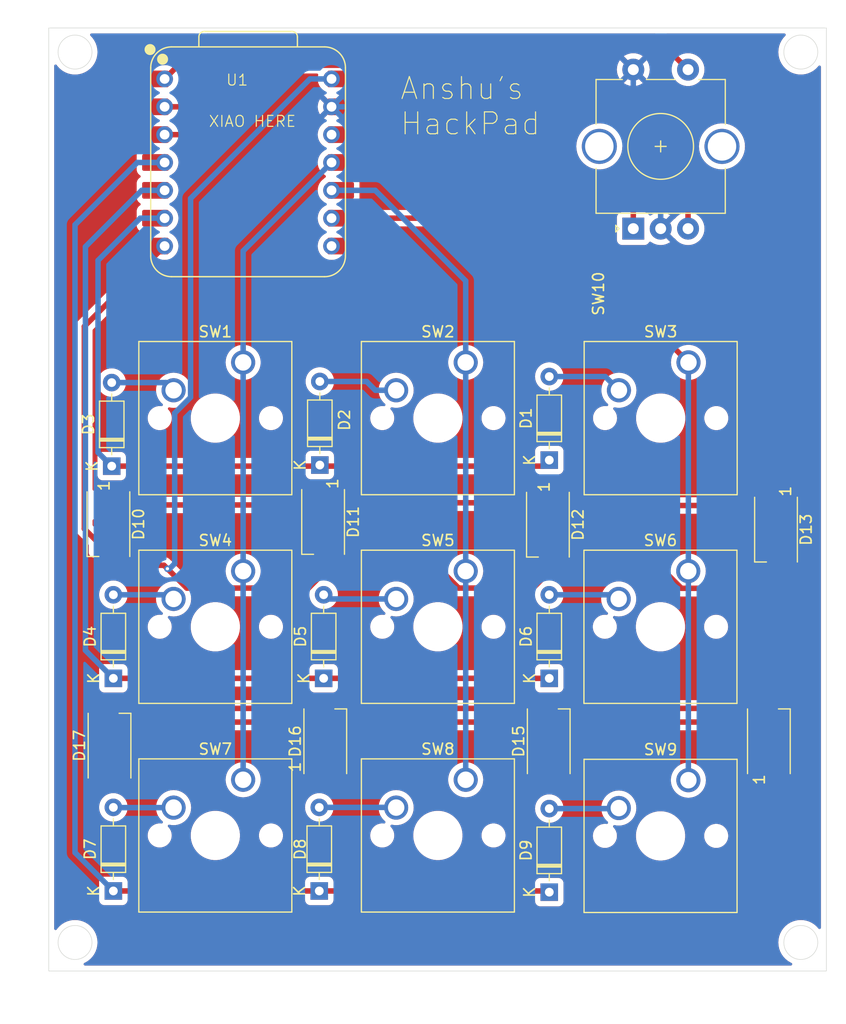
<source format=kicad_pcb>
(kicad_pcb (version 20240108) (generator "pcbnew") (generator_version "8.0")
  (layers (0 "F.Cu" signal) (31 "B.Cu" signal) (34 "B.Paste" user) (35 "F.Paste" user) (36 "B.SilkS" user "B.Silkscreen") (37 "F.SilkS" user "F.Silkscreen") (38 "B.Mask" user) (39 "F.Mask" user) (44 "Edge.Cuts" user))
  (net 0 "")
  (net 1 "Net-(D1-A)")
  (net 2 "ROW1")
  (net 3 "Net-(D2-A)")
  (net 4 "Net-(D3-A)")
  (net 5 "ROW2")
  (net 6 "Net-(D4-A)")
  (net 7 "Net-(D5-A)")
  (net 8 "Net-(D6-A)")
  (net 9 "ROW3")
  (net 10 "Net-(D7-A)")
  (net 11 "Net-(D8-A)")
  (net 12 "Net-(D9-A)")
  (net 13 "+5V")
  (net 14 "RGB")
  (net 15 "GND")
  (net 16 "Net-(D12-DOUT)")
  (net 17 "Net-(D13-DOUT)")
  (net 18 "Net-(D14-DOUT)")
  (net 19 "Net-(D15-DOUT)")
  (net 20 "Net-(D16-DOUT)")
  (net 21 "COL1")
  (net 22 "COL2")
  (net 23 "COL3")
  (net 24 "EN_SW")
  (net 25 "ROT B")
  (net 26 "ROT A")
  (net 29 "Net-(D10-DOUT)")
  (net 30 "Net-(D11-DOUT)")
  (footprint "Diode_THT:D_DO-35_SOD27_P7.62mm_Horizontal" (layer "F.Cu") (at 116.4 56.66 90)
    (property "Reference" "D1" (at 3.81 -2.12 90) (layer "F.SilkS"))
    (property "Value" "1N4148")
    (fp_text user "K" (at 0 -1.8 90) (layer "F.SilkS"))
    (pad "1" thru_hole rect (at 0 0 90) (size 1.6 1.6) (drill 0.8) (layers "*.Cu" "*.Mask") (net 2 "ROW1"))
    (pad "2" thru_hole oval (at 7.62 0 90) (size 1.6 1.6) (drill 0.8) (layers "*.Cu" "*.Mask") (net 1 "Net-(D1-A)"))
  )
  (footprint "Diode_THT:D_DO-35_SOD27_P7.62mm_Horizontal" (layer "F.Cu") (at 95.4 95.95 90)
    (property "Reference" "D8" (at 3.8 -1.75 90) (layer "F.SilkS"))
    (property "Value" "1N4148")
    (fp_text user "K" (at 0 -1.8 90) (layer "F.SilkS"))
    (pad "1" thru_hole rect (at 0 0 90) (size 1.6 1.6) (drill 0.8) (layers "*.Cu" "*.Mask") (net 9 "ROW3"))
    (pad "2" thru_hole oval (at 7.62 0 90) (size 1.6 1.6) (drill 0.8) (layers "*.Cu" "*.Mask") (net 11 "Net-(D8-A)"))
  )
  (footprint "LED_SMD:LED_SK6812MINI_PLCC4_3.5x3.5mm_P1.75mm" (layer "F.Cu") (at 95.95 82.3 90)
    (property "Reference" "D16" (at 0 -2.75 90) (layer "F.SilkS"))
    (property "Value" "SK6812MINI")
    (fp_text user "1" (at -2.35 -2.75 90) (layer "F.SilkS"))
    (pad "1" smd rect (at -1.75 -0.875 90) (size 1.6 0.85) (layers "F.Cu" "F.Paste" "F.Mask") (net 20 "Net-(D16-DOUT)"))
    (pad "2" smd rect (at -1.75 0.875 90) (size 1.6 0.85) (layers "F.Cu" "F.Paste" "F.Mask") (net 15 "GND"))
    (pad "3" smd rect (at 1.75 0.875 90) (size 1.6 0.85) (layers "F.Cu" "F.Paste" "F.Mask") (net 19 "Net-(D15-DOUT)"))
    (pad "4" smd rect (at 1.75 -0.875 90) (size 1.6 0.85) (layers "F.Cu" "F.Paste" "F.Mask") (net 13 "+5V"))
  )
  (footprint "kEYBOARD sw:SW_Cherry_MX_1.00u_PCB" (layer "F.Cu") (at 108.77 85.81)
    (property "Reference" "SW8" (at -2.54 -2.794 0) (layer "F.SilkS"))
    (property "Value" "SW_Push")
    (pad "" np_thru_hole circle (at -7.62 5.08) (size 1.7 1.7) (drill 1.7) (layers "*.Cu" "*.Mask"))
    (pad "" np_thru_hole circle (at -2.54 5.08) (size 4 4) (drill 4) (layers "*.Cu" "*.Mask"))
    (pad "" np_thru_hole circle (at 2.54 5.08) (size 1.7 1.7) (drill 1.7) (layers "*.Cu" "*.Mask"))
    (pad "1" thru_hole circle (at 0 0) (size 2.2 2.2) (drill 1.5) (layers "*.Cu" "*.Mask") (net 22 "COL2"))
    (pad "2" thru_hole circle (at -6.35 2.54) (size 2.2 2.2) (drill 1.5) (layers "*.Cu" "*.Mask") (net 11 "Net-(D8-A)"))
  )
  (footprint "kEYBOARD sw:SW_Cherry_MX_1.00u_PCB" (layer "F.Cu") (at 129.11 47.75)
    (property "Reference" "SW3" (at -2.54 -2.794 0) (layer "F.SilkS"))
    (property "Value" "SW_Push")
    (pad "" np_thru_hole circle (at -7.62 5.08) (size 1.7 1.7) (drill 1.7) (layers "*.Cu" "*.Mask"))
    (pad "" np_thru_hole circle (at -2.54 5.08) (size 4 4) (drill 4) (layers "*.Cu" "*.Mask"))
    (pad "" np_thru_hole circle (at 2.54 5.08) (size 1.7 1.7) (drill 1.7) (layers "*.Cu" "*.Mask"))
    (pad "1" thru_hole circle (at 0 0) (size 2.2 2.2) (drill 1.5) (layers "*.Cu" "*.Mask") (net 23 "COL3"))
    (pad "2" thru_hole circle (at -6.35 2.54) (size 2.2 2.2) (drill 1.5) (layers "*.Cu" "*.Mask") (net 1 "Net-(D1-A)"))
  )
  (footprint "Diode_THT:D_DO-35_SOD27_P7.62mm_Horizontal" (layer "F.Cu") (at 116.4 96.06 90)
    (property "Reference" "D9" (at 3.81 -2.12 90) (layer "F.SilkS"))
    (property "Value" "1N4148")
    (fp_text user "K" (at 0 -1.8 90) (layer "F.SilkS"))
    (pad "1" thru_hole rect (at 0 0 90) (size 1.6 1.6) (drill 0.8) (layers "*.Cu" "*.Mask") (net 9 "ROW3"))
    (pad "2" thru_hole oval (at 7.62 0 90) (size 1.6 1.6) (drill 0.8) (layers "*.Cu" "*.Mask") (net 12 "Net-(D9-A)"))
  )
  (footprint "Diode_THT:D_DO-35_SOD27_P7.62mm_Horizontal" (layer "F.Cu") (at 95.45 57.11 90)
    (property "Reference" "D2" (at 4.11 2.25 90) (layer "F.SilkS"))
    (property "Value" "1N4148")
    (fp_text user "K" (at 0 -1.8 90) (layer "F.SilkS"))
    (pad "1" thru_hole rect (at 0 0 90) (size 1.6 1.6) (drill 0.8) (layers "*.Cu" "*.Mask") (net 2 "ROW1"))
    (pad "2" thru_hole oval (at 7.62 0 90) (size 1.6 1.6) (drill 0.8) (layers "*.Cu" "*.Mask") (net 3 "Net-(D2-A)"))
  )
  (footprint "Rotary_Encoder:RotaryEncoder_Alps_EC11E-Switch_Vertical_H20mm_CircularMountingHoles" (layer "F.Cu") (at 124.07 35.55 90)
    (property "Reference" "SW10" (at -5.93 -3.18 90) (layer "F.SilkS"))
    (property "Value" "RotaryEncoder_Switch")
    (pad "A" thru_hole rect (at 0 0 90) (size 2 2) (drill 1) (layers "*.Cu" "*.Mask") (net 26 "ROT A"))
    (pad "B" thru_hole circle (at 0 5 90) (size 2 2) (drill 1) (layers "*.Cu" "*.Mask") (net 25 "ROT B"))
    (pad "C" thru_hole circle (at 0 2.5 90) (size 2 2) (drill 1) (layers "*.Cu" "*.Mask") (net 15 "GND"))
    (pad "MP" thru_hole circle (at 7.5 -3.1 90) (size 3.2 3.2) (drill 2.6) (layers "*.Cu" "*.Mask"))
    (pad "MP" thru_hole circle (at 7.5 8.1 90) (size 3.2 3.2) (drill 2.6) (layers "*.Cu" "*.Mask"))
    (pad "S1" thru_hole circle (at 14.5 5 90) (size 2 2) (drill 1) (layers "*.Cu" "*.Mask") (net 24 "EN_SW"))
    (pad "S2" thru_hole circle (at 14.5 0 90) (size 2 2) (drill 1) (layers "*.Cu" "*.Mask") (net 15 "GND"))
  )
  (footprint "kEYBOARD sw:SW_Cherry_MX_1.00u_PCB" (layer "F.Cu") (at 108.77 66.78)
    (property "Reference" "SW5" (at -2.54 -2.794 0) (layer "F.SilkS"))
    (property "Value" "SW_Push")
    (pad "" np_thru_hole circle (at -7.62 5.08) (size 1.7 1.7) (drill 1.7) (layers "*.Cu" "*.Mask"))
    (pad "" np_thru_hole circle (at -2.54 5.08) (size 4 4) (drill 4) (layers "*.Cu" "*.Mask"))
    (pad "" np_thru_hole circle (at 2.54 5.08) (size 1.7 1.7) (drill 1.7) (layers "*.Cu" "*.Mask"))
    (pad "1" thru_hole circle (at 0 0) (size 2.2 2.2) (drill 1.5) (layers "*.Cu" "*.Mask") (net 22 "COL2"))
    (pad "2" thru_hole circle (at -6.35 2.54) (size 2.2 2.2) (drill 1.5) (layers "*.Cu" "*.Mask") (net 7 "Net-(D5-A)"))
  )
  (footprint "kEYBOARD sw:SW_Cherry_MX_1.00u_PCB" (layer "F.Cu") (at 88.45 66.78)
    (property "Reference" "SW4" (at -2.54 -2.794 0) (layer "F.SilkS"))
    (property "Value" "SW_Push")
    (pad "" np_thru_hole circle (at -7.62 5.08) (size 1.7 1.7) (drill 1.7) (layers "*.Cu" "*.Mask"))
    (pad "" np_thru_hole circle (at -2.54 5.08) (size 4 4) (drill 4) (layers "*.Cu" "*.Mask"))
    (pad "" np_thru_hole circle (at 2.54 5.08) (size 1.7 1.7) (drill 1.7) (layers "*.Cu" "*.Mask"))
    (pad "1" thru_hole circle (at 0 0) (size 2.2 2.2) (drill 1.5) (layers "*.Cu" "*.Mask") (net 21 "COL1"))
    (pad "2" thru_hole circle (at -6.35 2.54) (size 2.2 2.2) (drill 1.5) (layers "*.Cu" "*.Mask") (net 6 "Net-(D4-A)"))
  )
  (footprint "Diode_THT:D_DO-35_SOD27_P7.62mm_Horizontal" (layer "F.Cu") (at 116.4 76.56 90)
    (property "Reference" "D6" (at 3.81 -2.12 90) (layer "F.SilkS"))
    (property "Value" "1N4148")
    (fp_text user "K" (at 0 -1.8 90) (layer "F.SilkS"))
    (pad "1" thru_hole rect (at 0 0 90) (size 1.6 1.6) (drill 0.8) (layers "*.Cu" "*.Mask") (net 5 "ROW2"))
    (pad "2" thru_hole oval (at 7.62 0 90) (size 1.6 1.6) (drill 0.8) (layers "*.Cu" "*.Mask") (net 8 "Net-(D6-A)"))
  )
  (footprint "kEYBOARD sw:SW_Cherry_MX_1.00u_PCB" (layer "F.Cu") (at 129.1 85.85)
    (property "Reference" "SW9" (at -2.54 -2.794 0) (layer "F.SilkS"))
    (property "Value" "SW_Push")
    (pad "" np_thru_hole circle (at -7.62 5.08) (size 1.7 1.7) (drill 1.7) (layers "*.Cu" "*.Mask"))
    (pad "" np_thru_hole circle (at -2.54 5.08) (size 4 4) (drill 4) (layers "*.Cu" "*.Mask"))
    (pad "" np_thru_hole circle (at 2.54 5.08) (size 1.7 1.7) (drill 1.7) (layers "*.Cu" "*.Mask"))
    (pad "1" thru_hole circle (at 0 0) (size 2.2 2.2) (drill 1.5) (layers "*.Cu" "*.Mask") (net 23 "COL3"))
    (pad "2" thru_hole circle (at -6.35 2.54) (size 2.2 2.2) (drill 1.5) (layers "*.Cu" "*.Mask") (net 12 "Net-(D9-A)"))
  )
  (footprint "Diode_THT:D_DO-35_SOD27_P7.62mm_Horizontal" (layer "F.Cu") (at 76.6 76.56 90)
    (property "Reference" "D4" (at 3.81 -2.12 90) (layer "F.SilkS"))
    (property "Value" "1N4148")
    (fp_text user "K" (at 0 -1.8 90) (layer "F.SilkS"))
    (pad "1" thru_hole rect (at 0 0 90) (size 1.6 1.6) (drill 0.8) (layers "*.Cu" "*.Mask") (net 5 "ROW2"))
    (pad "2" thru_hole oval (at 7.62 0 90) (size 1.6 1.6) (drill 0.8) (layers "*.Cu" "*.Mask") (net 6 "Net-(D4-A)"))
  )
  (footprint "XIAO Series Library:XIAO-RP2040-DIP" (layer "F.Cu") (at 88.9 29.5185)
    (property "Reference" "U1" (at -1 -7.5185 0) (layer "F.SilkS") (effects (font (thickness 0.1016))))
    (property "Value" "Seeed Studio XIAO SAMD21")
    (pad "1" smd roundrect (at -8.455 -7.62 180) (size 2.432 1.524) (layers "F.Cu" "F.Mask") (roundrect_rratio 0.1) (net 24 "EN_SW"))
    (pad "1" thru_hole circle (at -7.62 -7.62 180) (size 1.524 1.524) (drill 0.889) (layers "*.Cu" "*.Mask") (net 24 "EN_SW"))
    (pad "2" smd roundrect (at -8.455 -5.08 180) (size 2.432 1.524) (layers "F.Cu" "F.Mask") (roundrect_rratio 0.1) (net 25 "ROT B"))
    (pad "2" thru_hole circle (at -7.62 -5.08 180) (size 1.524 1.524) (drill 0.889) (layers "*.Cu" "*.Mask") (net 25 "ROT B"))
    (pad "3" smd roundrect (at -8.455 -2.54 180) (size 2.432 1.524) (layers "F.Cu" "F.Mask") (roundrect_rratio 0.1) (net 26 "ROT A"))
    (pad "3" thru_hole circle (at -7.62 -2.54 180) (size 1.524 1.524) (drill 0.889) (layers "*.Cu" "*.Mask") (net 26 "ROT A"))
    (pad "4" smd roundrect (at -8.455 0 180) (size 2.432 1.524) (layers "F.Cu" "F.Mask") (roundrect_rratio 0.1) (net 9 "ROW3"))
    (pad "4" thru_hole circle (at -7.62 0 180) (size 1.524 1.524) (drill 0.889) (layers "*.Cu" "*.Mask") (net 9 "ROW3"))
    (pad "5" smd roundrect (at -8.455 2.54 180) (size 2.432 1.524) (layers "F.Cu" "F.Mask") (roundrect_rratio 0.1) (net 5 "ROW2"))
    (pad "5" thru_hole circle (at -7.62 2.54 180) (size 1.524 1.524) (drill 0.889) (layers "*.Cu" "*.Mask") (net 5 "ROW2"))
    (pad "6" smd roundrect (at -8.455 5.08 180) (size 2.432 1.524) (layers "F.Cu" "F.Mask") (roundrect_rratio 0.1) (net 2 "ROW1"))
    (pad "6" thru_hole circle (at -7.62 5.08 180) (size 1.524 1.524) (drill 0.889) (layers "*.Cu" "*.Mask") (net 2 "ROW1"))
    (pad "7" smd roundrect (at -8.455 7.62 180) (size 2.432 1.524) (layers "F.Cu" "F.Mask") (roundrect_rratio 0.1) (net 14 "RGB"))
    (pad "7" thru_hole circle (at -7.62 7.62 180) (size 1.524 1.524) (drill 0.889) (layers "*.Cu" "*.Mask") (net 14 "RGB"))
    (pad "8" thru_hole circle (at 7.62 7.62) (size 1.524 1.524) (drill 0.889) (layers "*.Cu" "*.Mask"))
    (pad "8" smd roundrect (at 8.455 7.62) (size 2.432 1.524) (layers "F.Cu" "F.Mask") (roundrect_rratio 0.1))
    (pad "9" thru_hole circle (at 7.62 5.08) (size 1.524 1.524) (drill 0.889) (layers "*.Cu" "*.Mask") (net 23 "COL3"))
    (pad "9" smd roundrect (at 8.455 5.08) (size 2.432 1.524) (layers "F.Cu" "F.Mask") (roundrect_rratio 0.1) (net 23 "COL3"))
    (pad "10" thru_hole circle (at 7.62 2.54) (size 1.524 1.524) (drill 0.889) (layers "*.Cu" "*.Mask") (net 22 "COL2"))
    (pad "10" smd roundrect (at 8.455 2.54) (size 2.432 1.524) (layers "F.Cu" "F.Mask") (roundrect_rratio 0.1) (net 22 "COL2"))
    (pad "11" thru_hole circle (at 7.62 0) (size 1.524 1.524) (drill 0.889) (layers "*.Cu" "*.Mask") (net 21 "COL1"))
    (pad "11" smd roundrect (at 8.455 0) (size 2.432 1.524) (layers "F.Cu" "F.Mask") (roundrect_rratio 0.1) (net 21 "COL1"))
    (pad "12" thru_hole circle (at 7.62 -2.54) (size 1.524 1.524) (drill 0.889) (layers "*.Cu" "*.Mask"))
    (pad "12" smd roundrect (at 8.455 -2.54) (size 2.432 1.524) (layers "F.Cu" "F.Mask") (roundrect_rratio 0.1))
    (pad "13" thru_hole circle (at 7.62 -5.08) (size 1.524 1.524) (drill 0.889) (layers "*.Cu" "*.Mask") (net 15 "GND"))
    (pad "13" smd roundrect (at 8.455 -5.08) (size 2.432 1.524) (layers "F.Cu" "F.Mask") (roundrect_rratio 0.1) (net 15 "GND"))
    (pad "14" thru_hole circle (at 7.62 -7.62) (size 1.524 1.524) (drill 0.889) (layers "*.Cu" "*.Mask") (net 13 "+5V"))
    (pad "14" smd roundrect (at 8.455 -7.62) (size 2.432 1.524) (layers "F.Cu" "F.Mask") (roundrect_rratio 0.1) (net 13 "+5V"))
  )
  (footprint "kEYBOARD sw:SW_Cherry_MX_1.00u_PCB" (layer "F.Cu") (at 88.45 47.75)
    (property "Reference" "SW1" (at -2.54 -2.794 0) (layer "F.SilkS"))
    (property "Value" "SW_Push")
    (pad "" np_thru_hole circle (at -7.62 5.08) (size 1.7 1.7) (drill 1.7) (layers "*.Cu" "*.Mask"))
    (pad "" np_thru_hole circle (at -2.54 5.08) (size 4 4) (drill 4) (layers "*.Cu" "*.Mask"))
    (pad "" np_thru_hole circle (at 2.54 5.08) (size 1.7 1.7) (drill 1.7) (layers "*.Cu" "*.Mask"))
    (pad "1" thru_hole circle (at 0 0) (size 2.2 2.2) (drill 1.5) (layers "*.Cu" "*.Mask") (net 21 "COL1"))
    (pad "2" thru_hole circle (at -6.35 2.54) (size 2.2 2.2) (drill 1.5) (layers "*.Cu" "*.Mask") (net 4 "Net-(D3-A)"))
  )
  (footprint "LED_SMD:LED_SK6812MINI_PLCC4_3.5x3.5mm_P1.75mm" (layer "F.Cu") (at 137.1 63 -90)
    (property "Reference" "D13" (at 0 -2.75 90) (layer "F.SilkS"))
    (property "Value" "SK6812MINI")
    (fp_text user "1" (at -3.5 -0.875 90) (layer "F.SilkS"))
    (pad "1" smd rect (at -1.75 -0.875 270) (size 1.6 0.85) (layers "F.Cu" "F.Paste" "F.Mask") (net 17 "Net-(D13-DOUT)"))
    (pad "2" smd rect (at -1.75 0.875 270) (size 1.6 0.85) (layers "F.Cu" "F.Paste" "F.Mask") (net 15 "GND"))
    (pad "3" smd rect (at 1.75 0.875 270) (size 1.6 0.85) (layers "F.Cu" "F.Paste" "F.Mask") (net 16 "Net-(D12-DOUT)"))
    (pad "4" smd rect (at 1.75 -0.875 270) (size 1.6 0.85) (layers "F.Cu" "F.Paste" "F.Mask") (net 13 "+5V"))
  )
  (footprint "LED_SMD:LED_SK6812MINI_PLCC4_3.5x3.5mm_P1.75mm" (layer "F.Cu") (at 136.45 82.3 90)
    (property "Reference" "D14" (hide yes))
    (property "Value" "SK6812MINI")
    (fp_text user "1" (at -3.5 -0.875 90) (layer "F.SilkS"))
    (pad "1" smd rect (at -1.75 -0.875 90) (size 1.6 0.85) (layers "F.Cu" "F.Paste" "F.Mask") (net 18 "Net-(D14-DOUT)"))
    (pad "2" smd rect (at -1.75 0.875 90) (size 1.6 0.85) (layers "F.Cu" "F.Paste" "F.Mask") (net 15 "GND"))
    (pad "3" smd rect (at 1.75 0.875 90) (size 1.6 0.85) (layers "F.Cu" "F.Paste" "F.Mask") (net 17 "Net-(D13-DOUT)"))
    (pad "4" smd rect (at 1.75 -0.875 90) (size 1.6 0.85) (layers "F.Cu" "F.Paste" "F.Mask") (net 13 "+5V"))
  )
  (footprint "LED_SMD:LED_SK6812MINI_PLCC4_3.5x3.5mm_P1.75mm" (layer "F.Cu") (at 116.275 62.55 -90)
    (property "Reference" "D12" (at 0 -2.75 90) (layer "F.SilkS"))
    (property "Value" "SK6812MINI")
    (fp_text user "1" (at -3.45 0.35 90) (layer "F.SilkS"))
    (pad "1" smd rect (at -1.75 -0.875 270) (size 1.6 0.85) (layers "F.Cu" "F.Paste" "F.Mask") (net 16 "Net-(D12-DOUT)"))
    (pad "2" smd rect (at -1.75 0.875 270) (size 1.6 0.85) (layers "F.Cu" "F.Paste" "F.Mask") (net 15 "GND"))
    (pad "3" smd rect (at 1.75 0.875 270) (size 1.6 0.85) (layers "F.Cu" "F.Paste" "F.Mask") (net 30 "Net-(D11-DOUT)"))
    (pad "4" smd rect (at 1.75 -0.875 270) (size 1.6 0.85) (layers "F.Cu" "F.Paste" "F.Mask") (net 13 "+5V"))
  )
  (footprint "LED_SMD:LED_SK6812MINI_PLCC4_3.5x3.5mm_P1.75mm" (layer "F.Cu") (at 76.25 82.7 90)
    (property "Reference" "D17" (at 0 -2.75 90) (layer "F.SilkS"))
    (property "Value" "SK6812MINI")
    (pad "1" smd rect (at -1.75 -0.875 90) (size 1.6 0.85) (layers "F.Cu" "F.Paste" "F.Mask"))
    (pad "2" smd rect (at -1.75 0.875 90) (size 1.6 0.85) (layers "F.Cu" "F.Paste" "F.Mask") (net 15 "GND"))
    (pad "3" smd rect (at 1.75 0.875 90) (size 1.6 0.85) (layers "F.Cu" "F.Paste" "F.Mask") (net 20 "Net-(D16-DOUT)"))
    (pad "4" smd rect (at 1.75 -0.875 90) (size 1.6 0.85) (layers "F.Cu" "F.Paste" "F.Mask") (net 13 "+5V"))
  )
  (footprint "LED_SMD:LED_SK6812MINI_PLCC4_3.5x3.5mm_P1.75mm" (layer "F.Cu") (at 76.15 62.5 -90)
    (property "Reference" "D10" (at 0 -2.75 90) (layer "F.SilkS"))
    (property "Value" "SK6812MINI")
    (fp_text user "1" (at -3.5 0.4 90) (layer "F.SilkS"))
    (pad "1" smd rect (at -1.75 -0.875 270) (size 1.6 0.85) (layers "F.Cu" "F.Paste" "F.Mask") (net 29 "Net-(D10-DOUT)"))
    (pad "2" smd rect (at -1.75 0.875 270) (size 1.6 0.85) (layers "F.Cu" "F.Paste" "F.Mask") (net 15 "GND"))
    (pad "3" smd rect (at 1.75 0.875 270) (size 1.6 0.85) (layers "F.Cu" "F.Paste" "F.Mask") (net 14 "RGB"))
    (pad "4" smd rect (at 1.75 -0.875 270) (size 1.6 0.85) (layers "F.Cu" "F.Paste" "F.Mask") (net 13 "+5V"))
  )
  (footprint "LED_SMD:LED_SK6812MINI_PLCC4_3.5x3.5mm_P1.75mm" (layer "F.Cu") (at 116.35 82.3 90)
    (property "Reference" "D15" (at 0 -2.75 90) (layer "F.SilkS"))
    (property "Value" "SK6812MINI")
    (pad "1" smd rect (at -1.75 -0.875 90) (size 1.6 0.85) (layers "F.Cu" "F.Paste" "F.Mask") (net 19 "Net-(D15-DOUT)"))
    (pad "2" smd rect (at -1.75 0.875 90) (size 1.6 0.85) (layers "F.Cu" "F.Paste" "F.Mask") (net 15 "GND"))
    (pad "3" smd rect (at 1.75 0.875 90) (size 1.6 0.85) (layers "F.Cu" "F.Paste" "F.Mask") (net 18 "Net-(D14-DOUT)"))
    (pad "4" smd rect (at 1.75 -0.875 90) (size 1.6 0.85) (layers "F.Cu" "F.Paste" "F.Mask") (net 13 "+5V"))
  )
  (footprint "Diode_THT:D_DO-35_SOD27_P7.62mm_Horizontal" (layer "F.Cu") (at 95.8 76.56 90)
    (property "Reference" "D5" (at 3.81 -2.12 90) (layer "F.SilkS"))
    (property "Value" "1N4148")
    (fp_text user "K" (at 0 -1.8 90) (layer "F.SilkS"))
    (pad "1" thru_hole rect (at 0 0 90) (size 1.6 1.6) (drill 0.8) (layers "*.Cu" "*.Mask") (net 5 "ROW2"))
    (pad "2" thru_hole oval (at 7.62 0 90) (size 1.6 1.6) (drill 0.8) (layers "*.Cu" "*.Mask") (net 7 "Net-(D5-A)"))
  )
  (footprint "kEYBOARD sw:SW_Cherry_MX_1.00u_PCB" (layer "F.Cu") (at 88.45 85.81)
    (property "Reference" "SW7" (at -2.54 -2.794 0) (layer "F.SilkS"))
    (property "Value" "SW_Push")
    (pad "" np_thru_hole circle (at -7.62 5.08) (size 1.7 1.7) (drill 1.7) (layers "*.Cu" "*.Mask"))
    (pad "" np_thru_hole circle (at -2.54 5.08) (size 4 4) (drill 4) (layers "*.Cu" "*.Mask"))
    (pad "" np_thru_hole circle (at 2.54 5.08) (size 1.7 1.7) (drill 1.7) (layers "*.Cu" "*.Mask"))
    (pad "1" thru_hole circle (at 0 0) (size 2.2 2.2) (drill 1.5) (layers "*.Cu" "*.Mask") (net 21 "COL1"))
    (pad "2" thru_hole circle (at -6.35 2.54) (size 2.2 2.2) (drill 1.5) (layers "*.Cu" "*.Mask") (net 10 "Net-(D7-A)"))
  )
  (footprint "kEYBOARD sw:SW_Cherry_MX_1.00u_PCB" (layer "F.Cu") (at 108.77 47.75)
    (property "Reference" "SW2" (at -2.54 -2.794 0) (layer "F.SilkS"))
    (property "Value" "SW_Push")
    (pad "" np_thru_hole circle (at -7.62 5.08) (size 1.7 1.7) (drill 1.7) (layers "*.Cu" "*.Mask"))
    (pad "" np_thru_hole circle (at -2.54 5.08) (size 4 4) (drill 4) (layers "*.Cu" "*.Mask"))
    (pad "" np_thru_hole circle (at 2.54 5.08) (size 1.7 1.7) (drill 1.7) (layers "*.Cu" "*.Mask"))
    (pad "1" thru_hole circle (at 0 0) (size 2.2 2.2) (drill 1.5) (layers "*.Cu" "*.Mask") (net 22 "COL2"))
    (pad "2" thru_hole circle (at -6.35 2.54) (size 2.2 2.2) (drill 1.5) (layers "*.Cu" "*.Mask") (net 3 "Net-(D2-A)"))
  )
  (footprint "kEYBOARD sw:SW_Cherry_MX_1.00u_PCB" (layer "F.Cu") (at 129.09 66.78)
    (property "Reference" "SW6" (at -2.54 -2.794 0) (layer "F.SilkS"))
    (property "Value" "SW_Push")
    (pad "" np_thru_hole circle (at -7.62 5.08) (size 1.7 1.7) (drill 1.7) (layers "*.Cu" "*.Mask"))
    (pad "" np_thru_hole circle (at -2.54 5.08) (size 4 4) (drill 4) (layers "*.Cu" "*.Mask"))
    (pad "" np_thru_hole circle (at 2.54 5.08) (size 1.7 1.7) (drill 1.7) (layers "*.Cu" "*.Mask"))
    (pad "1" thru_hole circle (at 0 0) (size 2.2 2.2) (drill 1.5) (layers "*.Cu" "*.Mask") (net 23 "COL3"))
    (pad "2" thru_hole circle (at -6.35 2.54) (size 2.2 2.2) (drill 1.5) (layers "*.Cu" "*.Mask") (net 8 "Net-(D6-A)"))
  )
  (footprint "Diode_THT:D_DO-35_SOD27_P7.62mm_Horizontal" (layer "F.Cu") (at 76.45 57.21 90)
    (property "Reference" "D3" (at 3.81 -2.12 90) (layer "F.SilkS"))
    (property "Value" "1N4148")
    (fp_text user "K" (at 0 -1.8 90) (layer "F.SilkS"))
    (pad "1" thru_hole rect (at 0 0 90) (size 1.6 1.6) (drill 0.8) (layers "*.Cu" "*.Mask") (net 2 "ROW1"))
    (pad "2" thru_hole oval (at 7.62 0 90) (size 1.6 1.6) (drill 0.8) (layers "*.Cu" "*.Mask") (net 4 "Net-(D3-A)"))
  )
  (footprint "Diode_THT:D_DO-35_SOD27_P7.62mm_Horizontal" (layer "F.Cu") (at 76.6 95.95 90)
    (property "Reference" "D7" (at 3.81 -2.12 90) (layer "F.SilkS"))
    (property "Value" "1N4148")
    (fp_text user "K" (at 0 -1.8 90) (layer "F.SilkS"))
    (pad "1" thru_hole rect (at 0 0 90) (size 1.6 1.6) (drill 0.8) (layers "*.Cu" "*.Mask") (net 9 "ROW3"))
    (pad "2" thru_hole oval (at 7.62 0 90) (size 1.6 1.6) (drill 0.8) (layers "*.Cu" "*.Mask") (net 10 "Net-(D7-A)"))
  )
  (footprint "LED_SMD:LED_SK6812MINI_PLCC4_3.5x3.5mm_P1.75mm" (layer "F.Cu") (at 95.75 62.3 -90)
    (property "Reference" "D11" (at 0 -2.75 90) (layer "F.SilkS"))
    (property "Value" "SK6812MINI")
    (fp_text user "1" (at -3.5 -0.875 90) (layer "F.SilkS"))
    (pad "1" smd rect (at -1.75 -0.875 270) (size 1.6 0.85) (layers "F.Cu" "F.Paste" "F.Mask") (net 30 "Net-(D11-DOUT)"))
    (pad "2" smd rect (at -1.75 0.875 270) (size 1.6 0.85) (layers "F.Cu" "F.Paste" "F.Mask") (net 15 "GND"))
    (pad "3" smd rect (at 1.75 0.875 270) (size 1.6 0.85) (layers "F.Cu" "F.Paste" "F.Mask") (net 29 "Net-(D10-DOUT)"))
    (pad "4" smd rect (at 1.75 -0.875 270) (size 1.6 0.85) (layers "F.Cu" "F.Paste" "F.Mask") (net 13 "+5V"))
  )
  (gr_circle (center 139.365668 100.65) (end 140.915668 100.65) (stroke (width 0.05)) (fill none) (layer "Edge.Cuts"))
  (gr_circle (center 73.1 19.45) (end 74.65 19.45) (stroke (width 0.05)) (fill none) (layer "Edge.Cuts"))
  (gr_circle (center 139.365668 19.45) (end 140.915668 19.45) (stroke (width 0.05)) (fill none) (layer "Edge.Cuts"))
  (gr_circle (center 73.1 100.65) (end 74.65 100.65) (stroke (width 0.05)) (fill none) (layer "Edge.Cuts"))
  (gr_rect (start 70.7 17.25) (end 141.7 103.25) (stroke (width 0.05)) (fill none) (layer "Edge.Cuts"))
  (gr_text "XIAO HERE" (at 85.25 26.35 0) (layer "F.SilkS") (effects (font (size 1 1) (thickness 0.1)) (justify left bottom)))
  (gr_text "Anshu's\nHackPad" (at 102.7 27.15 0) (layer "F.SilkS") (effects (font (size 2 2) (thickness 0.1)) (justify left bottom)))
  (segment (start 116.4 49.04) (end 121.51 49.04) (width 0.5) (layer "B.Cu") (net 1))
  (segment (start 121.51 49.04) (end 122.76 50.29) (width 0.5) (layer "B.Cu") (net 1))
  (segment (start 115.85 57.21) (end 116.4 56.66) (width 0.5) (layer "F.Cu") (net 2))
  (segment (start 76.45 57.21) (end 115.85 57.21) (width 0.5) (layer "F.Cu") (net 2))
  (segment (start 75.2 55.96) (end 75.2 38.45) (width 0.5) (layer "B.Cu") (net 2))
  (segment (start 76.45 57.21) (end 75.2 55.96) (width 0.5) (layer "B.Cu") (net 2))
  (segment (start 79.0515 34.5985) (end 81.28 34.5985) (width 0.5) (layer "B.Cu") (net 2))
  (segment (start 75.2 38.45) (end 79.0515 34.5985) (width 0.5) (layer "B.Cu") (net 2))
  (segment (start 95.45 49.49) (end 99.719188 49.49) (width 0.5) (layer "B.Cu") (net 3))
  (segment (start 99.719188 49.49) (end 100.519188 50.29) (width 0.5) (layer "B.Cu") (net 3))
  (segment (start 100.519188 50.29) (end 102.42 50.29) (width 0.5) (layer "B.Cu") (net 3))
  (segment (start 81.4 49.59) (end 82.1 50.29) (width 0.5) (layer "B.Cu") (net 4))
  (segment (start 76.45 49.59) (end 81.4 49.59) (width 0.5) (layer "B.Cu") (net 4))
  (segment (start 76.6 76.56) (end 116.4 76.56) (width 0.5) (layer "F.Cu") (net 5))
  (segment (start 74.05 74.01) (end 74.05 37.2) (width 0.5) (layer "B.Cu") (net 5))
  (segment (start 74.05 37.2) (end 79.1915 32.0585) (width 0.5) (layer "B.Cu") (net 5))
  (segment (start 76.6 76.56) (end 74.05 74.01) (width 0.5) (layer "B.Cu") (net 5))
  (segment (start 79.1915 32.0585) (end 81.28 32.0585) (width 0.5) (layer "B.Cu") (net 5))
  (segment (start 76.6 68.94) (end 81.72 68.94) (width 0.5) (layer "B.Cu") (net 6))
  (segment (start 81.72 68.94) (end 82.1 69.32) (width 0.5) (layer "B.Cu") (net 6))
  (segment (start 102.42 69.32) (end 96.18 69.32) (width 0.5) (layer "B.Cu") (net 7))
  (segment (start 96.18 69.32) (end 95.8 68.94) (width 0.5) (layer "B.Cu") (net 7))
  (segment (start 122.36 68.94) (end 122.74 69.32) (width 0.5) (layer "B.Cu") (net 8))
  (segment (start 116.4 68.94) (end 122.36 68.94) (width 0.5) (layer "B.Cu") (net 8))
  (segment (start 76.6 95.95) (end 116.29 95.95) (width 0.5) (layer "F.Cu") (net 9))
  (segment (start 116.29 95.95) (end 116.4 96.06) (width 0.5) (layer "F.Cu") (net 9))
  (segment (start 73.1 92.45) (end 73.1 35.2) (width 0.5) (layer "B.Cu") (net 9))
  (segment (start 73.1 35.2) (end 78.7815 29.5185) (width 0.5) (layer "B.Cu") (net 9))
  (segment (start 78.7815 29.5185) (end 81.28 29.5185) (width 0.5) (layer "B.Cu") (net 9))
  (segment (start 76.6 95.95) (end 73.1 92.45) (width 0.5) (layer "B.Cu") (net 9))
  (segment (start 76.62 88.35) (end 76.6 88.33) (width 0.5) (layer "B.Cu") (net 10))
  (segment (start 82.1 88.35) (end 76.62 88.35) (width 0.5) (layer "B.Cu") (net 10))
  (segment (start 102.4 88.33) (end 102.42 88.35) (width 0.5) (layer "B.Cu") (net 11))
  (segment (start 95.4 88.33) (end 102.4 88.33) (width 0.5) (layer "B.Cu") (net 11))
  (segment (start 116.4 88.44) (end 123.34 88.44) (width 0.5) (layer "B.Cu") (net 12))
  (segment (start 115.475 80.175) (end 115.475 80.55) (width 0.5) (layer "F.Cu") (net 13))
  (segment (start 81.222032 66.25) (end 81.536016 66.563984) (width 0.5) (layer "F.Cu") (net 13))
  (segment (start 96.625 66.125) (end 105.922968 66.125) (width 0.5) (layer "F.Cu") (net 13))
  (segment (start 93.825 79.3) (end 76.65 79.3) (width 0.5) (layer "F.Cu") (net 13))
  (segment (start 134.325 79.3) (end 116.35 79.3) (width 0.5) (layer "F.Cu") (net 13))
  (segment (start 114.225 79.3) (end 95.95 79.3) (width 0.5) (layer "F.Cu") (net 13))
  (segment (start 126.217968 66.1) (end 128.467968 68.35) (width 0.5) (layer "F.Cu") (net 13))
  (segment (start 108.127968 68.33) (end 114.92 68.33) (width 0.5) (layer "F.Cu") (net 13))
  (segment (start 135.575 80.55) (end 134.325 79.3) (width 0.5) (layer "F.Cu") (net 13))
  (segment (start 95.95 79.3) (end 95.075 80.175) (width 0.5) (layer "F.Cu") (net 13))
  (segment (start 128.467968 68.35) (end 136.05 68.35) (width 0.5) (layer "F.Cu") (net 13))
  (segment (start 78.1 66.25) (end 81.222032 66.25) (width 0.5) (layer "F.Cu") (net 13))
  (segment (start 77.025 64.25) (end 77.025 65.175) (width 0.5) (layer "F.Cu") (net 13))
  (segment (start 114.92 68.33) (end 117.15 66.1) (width 0.5) (layer "F.Cu") (net 13))
  (segment (start 83.302032 68.33) (end 94.42 68.33) (width 0.5) (layer "F.Cu") (net 13))
  (segment (start 116.35 79.3) (end 115.475 80.175) (width 0.5) (layer "F.Cu") (net 13))
  (segment (start 136.05 68.35) (end 137.975 66.425) (width 0.5) (layer "F.Cu") (net 13))
  (segment (start 117.15 66.1) (end 117.15 64.3) (width 0.5) (layer "F.Cu") (net 13))
  (segment (start 81.536016 66.563984) (end 83.302032 68.33) (width 0.5) (layer "F.Cu") (net 13))
  (segment (start 117.15 66.1) (end 126.217968 66.1) (width 0.5) (layer "F.Cu") (net 13))
  (segment (start 94.42 68.33) (end 96.625 66.125) (width 0.5) (layer "F.Cu") (net 13))
  (segment (start 96.625 64.05) (end 96.625 66.125) (width 0.5) (layer "F.Cu") (net 13))
  (segment (start 137.975 66.425) (end 137.975 64.75) (width 0.5) (layer "F.Cu") (net 13))
  (segment (start 105.922968 66.125) (end 108.127968 68.33) (width 0.5) (layer "F.Cu") (net 13))
  (segment (start 115.475 80.55) (end 114.225 79.3) (width 0.5) (layer "F.Cu") (net 13))
  (segment (start 77.025 65.175) (end 78.1 66.25) (width 0.5) (layer "F.Cu") (net 13))
  (segment (start 76.65 79.3) (end 75.375 80.575) (width 0.5) (layer "F.Cu") (net 13))
  (segment (start 95.075 80.175) (end 95.075 80.55) (width 0.5) (layer "F.Cu") (net 13))
  (segment (start 95.075 80.55) (end 93.825 79.3) (width 0.5) (layer "F.Cu") (net 13))
  (segment (start 75.375 80.575) (end 75.375 80.95) (width 0.5) (layer "F.Cu") (net 13))
  (via (at 81.536016 66.563984) (size 0.6) (drill 0.3) (layers "F.Cu" "B.Cu") (net 13))
  (segment (start 94.5515 21.8985) (end 83.65 32.8) (width 0.5) (layer "B.Cu") (net 13))
  (segment (start 83.65 50.932032) (end 82.2 52.382032) (width 0.5) (layer "B.Cu") (net 13))
  (segment (start 82.2 52.382032) (end 82.2 66.1) (width 0.5) (layer "B.Cu") (net 13))
  (segment (start 83.65 32.8) (end 83.65 50.932032) (width 0.5) (layer "B.Cu") (net 13))
  (segment (start 96.52 21.8985) (end 94.5515 21.8985) (width 0.5) (layer "B.Cu") (net 13))
  (segment (start 82.2 66.1) (end 81.7 66.6) (width 0.5) (layer "B.Cu") (net 13))
  (segment (start 81.28 37.1385) (end 73.95 44.4685) (width 0.5) (layer "F.Cu") (net 14))
  (segment (start 73.95 44.4685) (end 73.95 62.925) (width 0.5) (layer "F.Cu") (net 14))
  (segment (start 73.95 62.925) (end 75.275 64.25) (width 0.5) (layer "F.Cu") (net 14))
  (segment (start 76.15 59.5) (end 75.275 60.375) (width 0.5) (layer "F.Cu") (net 15))
  (segment (start 140.2 61.35) (end 138.85 60) (width 0.5) (layer "F.Cu") (net 15))
  (segment (start 128.1 88.25) (end 133.5 88.25) (width 0.5) (layer "F.Cu") (net 15))
  (segment (start 94.875 60.175) (end 94.875 60.55) (width 0.5) (layer "F.Cu") (net 15))
  (segment (start 113.9 59.3) (end 95.75 59.3) (width 0.5) (layer "F.Cu") (net 15))
  (segment (start 75.275 60.375) (end 75.275 60.75) (width 0.5) (layer "F.Cu") (net 15))
  (segment (start 87.05 88.25) (end 92.1 88.25) (width 0.5) (layer "F.Cu") (net 15))
  (segment (start 137.325 84.05) (end 140.2 81.175) (width 0.5) (layer "F.Cu") (net 15))
  (segment (start 114.1 87.9) (end 116.55 85.45) (width 0.5) (layer "F.Cu") (net 15))
  (segment (start 107.3 87.9) (end 114.1 87.9) (width 0.5) (layer "F.Cu") (net 15))
  (segment (start 133.5 88.25) (end 137.325 84.425) (width 0.5) (layer "F.Cu") (net 15))
  (segment (start 95.812233 86.15) (end 96.825 85.137233) (width 0.5) (layer "F.Cu") (net 15))
  (segment (start 93.6 59.5) (end 76.15 59.5) (width 0.5) (layer "F.Cu") (net 15))
  (segment (start 94.875 60.55) (end 94.65 60.55) (width 0.5) (layer "F.Cu") (net 15))
  (segment (start 115.4 60.425) (end 116.275 59.55) (width 0.5) (layer "F.Cu") (net 15))
  (segment (start 116.55 85.45) (end 125.3 85.45) (width 0.5) (layer "F.Cu") (net 15))
  (segment (start 96.825 85.137233) (end 96.825 84.05) (width 0.5) (layer "F.Cu") (net 15))
  (segment (start 92.1 88.25) (end 94.2 86.15) (width 0.5) (layer "F.Cu") (net 15))
  (segment (start 137.1 60) (end 136.225 60.875) (width 0.5) (layer "F.Cu") (net 15))
  (segment (start 138.85 60) (end 137.1 60) (width 0.5) (layer "F.Cu") (net 15))
  (segment (start 95.75 59.3) (end 94.875 60.175) (width 0.5) (layer "F.Cu") (net 15))
  (segment (start 117.225 84.775) (end 117.225 84.05) (width 0.5) (layer "F.Cu") (net 15))
  (segment (start 94.65 60.55) (end 93.6 59.5) (width 0.5) (layer "F.Cu") (net 15))
  (segment (start 115.4 60.8) (end 115.4 60.425) (width 0.5) (layer "F.Cu") (net 15))
  (segment (start 104.537233 85.137233) (end 107.3 87.9) (width 0.5) (layer "F.Cu") (net 15))
  (segment (start 116.55 85.45) (end 117.225 84.775) (width 0.5) (layer "F.Cu") (net 15))
  (segment (start 77.35 86.2) (end 85 86.2) (width 0.5) (layer "F.Cu") (net 15))
  (segment (start 115.4 60.8) (end 113.9 59.3) (width 0.5) (layer "F.Cu") (net 15))
  (segment (start 85 86.2) (end 87.05 88.25) (width 0.5) (layer "F.Cu") (net 15))
  (segment (start 94.2 86.15) (end 95.812233 86.15) (width 0.5) (layer "F.Cu") (net 15))
  (segment (start 137.325 84.425) (end 137.325 84.05) (width 0.5) (layer "F.Cu") (net 15))
  (segment (start 96.825 85.137233) (end 104.537233 85.137233) (width 0.5) (layer "F.Cu") (net 15))
  (segment (start 116.275 59.55) (end 134.525 59.55) (width 0.5) (layer "F.Cu") (net 15))
  (segment (start 77.125 85.975) (end 77.35 86.2) (width 0.5) (layer "F.Cu") (net 15))
  (segment (start 136.225 60.875) (end 136.225 61.25) (width 0.5) (layer "F.Cu") (net 15))
  (segment (start 125.3 85.45) (end 128.1 88.25) (width 0.5) (layer "F.Cu") (net 15))
  (segment (start 140.2 81.175) (end 140.2 61.35) (width 0.5) (layer "F.Cu") (net 15))
  (segment (start 134.525 59.55) (end 136.225 61.25) (width 0.5) (layer "F.Cu") (net 15))
  (segment (start 77.125 84.45) (end 77.125 85.975) (width 0.5) (layer "F.Cu") (net 15))
  (segment (start 124.07 21.05) (end 124.07 23.78) (width 0.5) (layer "B.Cu") (net 15))
  (segment (start 126.57 35.55) (end 126.57 27.52) (width 0.5) (layer "B.Cu") (net 15))
  (segment (start 119.65 24.4385) (end 96.52 24.4385) (width 0.5) (layer "B.Cu") (net 15))
  (segment (start 124.07 23.78) (end 123.4115 24.4385) (width 0.5) (layer "B.Cu") (net 15))
  (segment (start 126.57 27.52) (end 123.4885 24.4385) (width 0.5) (layer "B.Cu") (net 15))
  (segment (start 123.4885 24.4385) (end 119.65 24.4385) (width 0.5) (layer "B.Cu") (net 15))
  (segment (start 123.4115 24.4385) (end 119.65 24.4385) (width 0.5) (layer "B.Cu") (net 15))
  (segment (start 132.275 60.8) (end 136.225 64.75) (width 0.5) (layer "F.Cu") (net 16))
  (segment (start 117.15 60.8) (end 132.275 60.8) (width 0.5) (layer "F.Cu") (net 16))
  (segment (start 139.3 78.575) (end 137.325 80.55) (width 0.5) (layer "F.Cu") (net 17))
  (segment (start 139.3 62.575) (end 139.3 78.575) (width 0.5) (layer "F.Cu") (net 17))
  (segment (start 137.975 61.25) (end 139.3 62.575) (width 0.5) (layer "F.Cu") (net 17))
  (segment (start 132.075 80.55) (end 135.575 84.05) (width 0.5) (layer "F.Cu") (net 18))
  (segment (start 117.225 80.55) (end 132.075 80.55) (width 0.5) (layer "F.Cu") (net 18))
  (segment (start 111.975 80.55) (end 115.475 84.05) (width 0.5) (layer "F.Cu") (net 19))
  (segment (start 96.825 80.55) (end 111.975 80.55) (width 0.5) (layer "F.Cu") (net 19))
  (segment (start 77.125 80.95) (end 77.525 80.55) (width 0.5) (layer "F.Cu") (net 20))
  (segment (start 77.525 80.55) (end 91.575 80.55) (width 0.5) (layer "F.Cu") (net 20))
  (segment (start 91.575 80.55) (end 95.075 84.05) (width 0.5) (layer "F.Cu") (net 20))
  (segment (start 88.45 47.75) (end 88.45 37.5885) (width 0.5) (layer "B.Cu") (net 21))
  (segment (start 88.45 37.5885) (end 96.52 29.5185) (width 0.5) (layer "B.Cu") (net 21))
  (segment (start 88.45 47.75) (end 88.45 85.81) (width 0.5) (layer "B.Cu") (net 21))
  (segment (start 100.5085 32.0585) (end 96.52 32.0585) (width 0.5) (layer "B.Cu") (net 22))
  (segment (start 108.77 47.75) (end 108.77 40.32) (width 0.5) (layer "B.Cu") (net 22))
  (segment (start 108.77 85.81) (end 108.77 47.75) (width 0.5) (layer "B.Cu") (net 22))
  (segment (start 108.77 40.32) (end 100.5085 32.0585) (width 0.5) (layer "B.Cu") (net 22))
  (segment (start 115.9585 34.5985) (end 129.11 47.75) (width 0.5) (layer "F.Cu") (net 23))
  (segment (start 96.52 34.5985) (end 115.9585 34.5985) (width 0.5) (layer "F.Cu") (net 23))
  (segment (start 129.1 85.85) (end 129.1 47.76) (width 0.5) (layer "B.Cu") (net 23))
  (segment (start 129.1 47.76) (end 129.11 47.75) (width 0.5) (layer "B.Cu") (net 23))
  (segment (start 85.1785 18) (end 126.02 18) (width 0.5) (layer "F.Cu") (net 24))
  (segment (start 81.28 21.8985) (end 85.1785 18) (width 0.5) (layer "F.Cu") (net 24))
  (segment (start 126.02 18) (end 129.07 21.05) (width 0.5) (layer "F.Cu") (net 24))
  (segment (start 117.6 19.2) (end 88.35 19.2) (width 0.5) (layer "F.Cu") (net 25))
  (segment (start 88.35 19.2) (end 83.1115 24.4385) (width 0.5) (layer "F.Cu") (net 25))
  (segment (start 129.07 35.55) (end 129.07 30.67) (width 0.5) (layer "F.Cu") (net 25))
  (segment (start 129.07 30.67) (end 117.6 19.2) (width 0.5) (layer "F.Cu") (net 25))
  (segment (start 83.1115 24.4385) (end 81.28 24.4385) (width 0.5) (layer "F.Cu") (net 25))
  (segment (start 117.25 20.65) (end 90.9 20.65) (width 0.5) (layer "F.Cu") (net 26))
  (segment (start 84.55 27) (end 84.5285 26.9785) (width 0.5) (layer "F.Cu") (net 26))
  (segment (start 84.5285 26.9785) (end 81.28 26.9785) (width 0.5) (layer "F.Cu") (net 26))
  (segment (start 124.07 35.55) (end 124.07 27.47) (width 0.5) (layer "F.Cu") (net 26))
  (segment (start 90.9 20.65) (end 84.55 27) (width 0.5) (layer "F.Cu") (net 26))
  (segment (start 124.07 27.47) (end 117.25 20.65) (width 0.5) (layer "F.Cu") (net 26))
  (segment (start 77.025 60.75) (end 91.575 60.75) (width 0.5) (layer "F.Cu") (net 29))
  (segment (start 91.575 60.75) (end 94.875 64.05) (width 0.5) (layer "F.Cu") (net 29))
  (segment (start 96.625 60.55) (end 111.65 60.55) (width 0.5) (layer "F.Cu") (net 30))
  (segment (start 111.65 60.55) (end 115.4 64.3) (width 0.5) (layer "F.Cu") (net 30))
  (zone (net 15) (net_name "GND") (layer "F.Cu") (connect_pads (clearance 0.5)) (min_thickness 0.25) (fill yes (thermal_gap 0.5) (thermal_bridge_width 0.5))
    (polygon (pts (xy 69.35 16.05) (xy 142.75 16.05) (xy 143.5 16.8) (xy 143.5 105.5) (xy 69.9 105.5) (xy 69.35 104.95)))
  )
  (zone (net 15) (net_name "GND") (layer "B.Cu") (priority 1) (connect_pads (clearance 0.5)) (min_thickness 0.25) (fill yes (thermal_gap 0.5) (thermal_bridge_width 0.5))
    (polygon (pts (xy 66.25 14.7) (xy 143.5 14.7) (xy 143.5 107.25) (xy 142.65 108.1) (xy 67.1 108.1) (xy 66.25 107.25)))
  )
)
</source>
